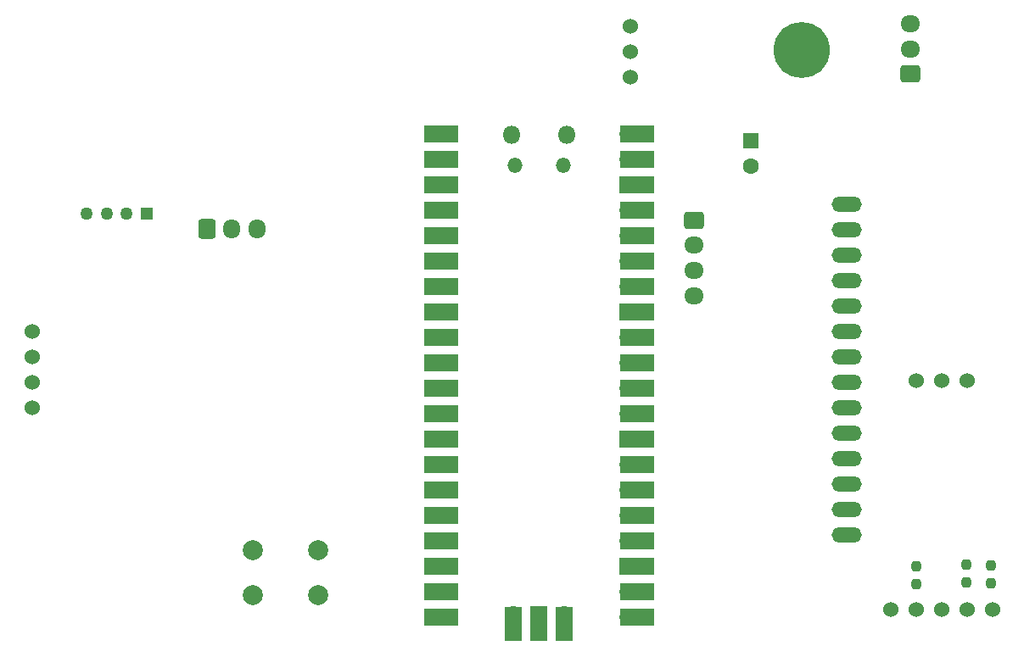
<source format=gbr>
%TF.GenerationSoftware,KiCad,Pcbnew,8.0.5*%
%TF.CreationDate,2024-10-04T09:52:45+09:00*%
%TF.ProjectId,UI__,5549fa7f-2e6b-4696-9361-645f70636258,rev?*%
%TF.SameCoordinates,Original*%
%TF.FileFunction,Soldermask,Bot*%
%TF.FilePolarity,Negative*%
%FSLAX46Y46*%
G04 Gerber Fmt 4.6, Leading zero omitted, Abs format (unit mm)*
G04 Created by KiCad (PCBNEW 8.0.5) date 2024-10-04 09:52:45*
%MOMM*%
%LPD*%
G01*
G04 APERTURE LIST*
G04 Aperture macros list*
%AMRoundRect*
0 Rectangle with rounded corners*
0 $1 Rounding radius*
0 $2 $3 $4 $5 $6 $7 $8 $9 X,Y pos of 4 corners*
0 Add a 4 corners polygon primitive as box body*
4,1,4,$2,$3,$4,$5,$6,$7,$8,$9,$2,$3,0*
0 Add four circle primitives for the rounded corners*
1,1,$1+$1,$2,$3*
1,1,$1+$1,$4,$5*
1,1,$1+$1,$6,$7*
1,1,$1+$1,$8,$9*
0 Add four rect primitives between the rounded corners*
20,1,$1+$1,$2,$3,$4,$5,0*
20,1,$1+$1,$4,$5,$6,$7,0*
20,1,$1+$1,$6,$7,$8,$9,0*
20,1,$1+$1,$8,$9,$2,$3,0*%
G04 Aperture macros list end*
%ADD10RoundRect,0.250000X0.725000X-0.600000X0.725000X0.600000X-0.725000X0.600000X-0.725000X-0.600000X0*%
%ADD11O,1.950000X1.700000*%
%ADD12O,3.000000X1.500000*%
%ADD13C,1.524000*%
%ADD14C,5.600000*%
%ADD15O,1.800000X1.800000*%
%ADD16O,1.500000X1.500000*%
%ADD17O,1.700000X1.700000*%
%ADD18R,3.500000X1.700000*%
%ADD19R,1.700000X1.700000*%
%ADD20R,1.700000X3.500000*%
%ADD21RoundRect,0.237500X-0.237500X0.250000X-0.237500X-0.250000X0.237500X-0.250000X0.237500X0.250000X0*%
%ADD22C,2.000000*%
%ADD23RoundRect,0.250000X-0.600000X-0.725000X0.600000X-0.725000X0.600000X0.725000X-0.600000X0.725000X0*%
%ADD24O,1.700000X1.950000*%
%ADD25R,1.600000X1.600000*%
%ADD26C,1.600000*%
%ADD27RoundRect,0.250000X-0.725000X0.600000X-0.725000X-0.600000X0.725000X-0.600000X0.725000X0.600000X0*%
%ADD28R,1.270000X1.270000*%
%ADD29C,1.270000*%
G04 APERTURE END LIST*
D10*
%TO.C,J2*%
X248920000Y-67026800D03*
D11*
X248920000Y-64526800D03*
X248920000Y-62026800D03*
%TD*%
D12*
%TO.C,U1*%
X242570000Y-113030000D03*
X242570000Y-110490000D03*
X242570000Y-107950000D03*
X242570000Y-105410000D03*
X242570000Y-102870000D03*
X242570000Y-100330000D03*
X242570000Y-97790000D03*
X242570000Y-95250000D03*
X242570000Y-92710000D03*
X242570000Y-90170000D03*
X242570000Y-87630000D03*
X242570000Y-85090000D03*
X242570000Y-82550000D03*
X242570000Y-80010000D03*
D13*
X161290000Y-100330000D03*
X161290000Y-97790000D03*
X161290000Y-95250000D03*
X161290000Y-92710000D03*
%TD*%
%TO.C,ENC1*%
X257120000Y-120500000D03*
X254580000Y-120500000D03*
X252040000Y-120500000D03*
X249500000Y-120500000D03*
X246960000Y-120500000D03*
X254580000Y-97640000D03*
X249500000Y-97640000D03*
X252040000Y-97640000D03*
%TD*%
D14*
%TO.C,REF\u002A\u002A*%
X238125000Y-64643000D03*
%TD*%
D13*
%TO.C,SW2*%
X220980000Y-67386200D03*
X220980000Y-64846200D03*
X220980000Y-62306200D03*
%TD*%
D15*
%TO.C,U3*%
X214615000Y-73150000D03*
D16*
X214315000Y-76180000D03*
X209465000Y-76180000D03*
D15*
X209165000Y-73150000D03*
D17*
X220780000Y-73020000D03*
D18*
X221680000Y-73020000D03*
D17*
X220780000Y-75560000D03*
D18*
X221680000Y-75560000D03*
D19*
X220780000Y-78100000D03*
D18*
X221680000Y-78100000D03*
D17*
X220780000Y-80640000D03*
D18*
X221680000Y-80640000D03*
D17*
X220780000Y-83180000D03*
D18*
X221680000Y-83180000D03*
D17*
X220780000Y-85720000D03*
D18*
X221680000Y-85720000D03*
D17*
X220780000Y-88260000D03*
D18*
X221680000Y-88260000D03*
D19*
X220780000Y-90800000D03*
D18*
X221680000Y-90800000D03*
D17*
X220780000Y-93340000D03*
D18*
X221680000Y-93340000D03*
D17*
X220780000Y-95880000D03*
D18*
X221680000Y-95880000D03*
D17*
X220780000Y-98420000D03*
D18*
X221680000Y-98420000D03*
D17*
X220780000Y-100960000D03*
D18*
X221680000Y-100960000D03*
D19*
X220780000Y-103500000D03*
D18*
X221680000Y-103500000D03*
D17*
X220780000Y-106040000D03*
D18*
X221680000Y-106040000D03*
D17*
X220780000Y-108580000D03*
D18*
X221680000Y-108580000D03*
D17*
X220780000Y-111120000D03*
D18*
X221680000Y-111120000D03*
D17*
X220780000Y-113660000D03*
D18*
X221680000Y-113660000D03*
D19*
X220780000Y-116200000D03*
D18*
X221680000Y-116200000D03*
D17*
X220780000Y-118740000D03*
D18*
X221680000Y-118740000D03*
D17*
X220780000Y-121280000D03*
D18*
X221680000Y-121280000D03*
D17*
X203000000Y-121280000D03*
D18*
X202100000Y-121280000D03*
D17*
X203000000Y-118740000D03*
D18*
X202100000Y-118740000D03*
D19*
X203000000Y-116200000D03*
D18*
X202100000Y-116200000D03*
D17*
X203000000Y-113660000D03*
D18*
X202100000Y-113660000D03*
D17*
X203000000Y-111120000D03*
D18*
X202100000Y-111120000D03*
D17*
X203000000Y-108580000D03*
D18*
X202100000Y-108580000D03*
D17*
X203000000Y-106040000D03*
D18*
X202100000Y-106040000D03*
D19*
X203000000Y-103500000D03*
D18*
X202100000Y-103500000D03*
D17*
X203000000Y-100960000D03*
D18*
X202100000Y-100960000D03*
D17*
X203000000Y-98420000D03*
D18*
X202100000Y-98420000D03*
D17*
X203000000Y-95880000D03*
D18*
X202100000Y-95880000D03*
D17*
X203000000Y-93340000D03*
D18*
X202100000Y-93340000D03*
D19*
X203000000Y-90800000D03*
D18*
X202100000Y-90800000D03*
D17*
X203000000Y-88260000D03*
D18*
X202100000Y-88260000D03*
D17*
X203000000Y-85720000D03*
D18*
X202100000Y-85720000D03*
D17*
X203000000Y-83180000D03*
D18*
X202100000Y-83180000D03*
D17*
X203000000Y-80640000D03*
D18*
X202100000Y-80640000D03*
D19*
X203000000Y-78100000D03*
D18*
X202100000Y-78100000D03*
D17*
X203000000Y-75560000D03*
D18*
X202100000Y-75560000D03*
D17*
X203000000Y-73020000D03*
D18*
X202100000Y-73020000D03*
D17*
X214430000Y-121050000D03*
D20*
X214430000Y-121950000D03*
D19*
X211890000Y-121050000D03*
D20*
X211890000Y-121950000D03*
D17*
X209350000Y-121050000D03*
D20*
X209350000Y-121950000D03*
%TD*%
D21*
%TO.C,R1*%
X257000000Y-116087500D03*
X257000000Y-117912500D03*
%TD*%
%TO.C,R2*%
X254500000Y-116000000D03*
X254500000Y-117825000D03*
%TD*%
D22*
%TO.C,SW1*%
X189865000Y-114590000D03*
X183365000Y-114590000D03*
X189865000Y-119090000D03*
X183365000Y-119090000D03*
%TD*%
D21*
%TO.C,R3*%
X249500000Y-116175000D03*
X249500000Y-118000000D03*
%TD*%
D23*
%TO.C,J4*%
X178720520Y-82500000D03*
D24*
X181220520Y-82500000D03*
X183720520Y-82500000D03*
%TD*%
D25*
%TO.C,C1*%
X233045000Y-73700000D03*
D26*
X233045000Y-76200000D03*
%TD*%
D27*
%TO.C,J1*%
X227330000Y-81654000D03*
D11*
X227330000Y-84154000D03*
X227330000Y-86654000D03*
X227330000Y-89154000D03*
%TD*%
D28*
%TO.C,J5*%
X172720000Y-81000120D03*
D29*
X170718480Y-81000000D03*
X168722040Y-81000000D03*
X166720520Y-81000000D03*
%TD*%
M02*

</source>
